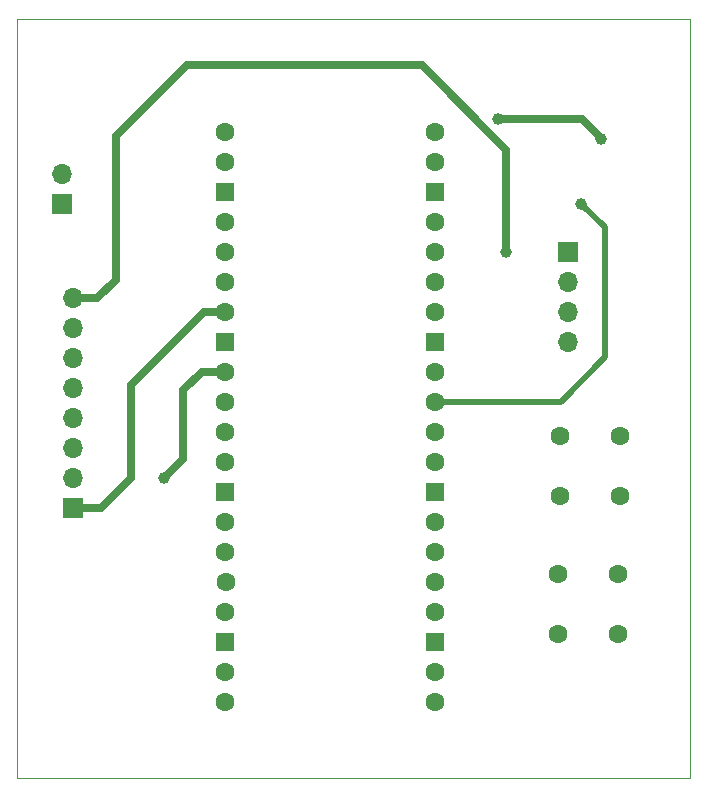
<source format=gbr>
%TF.GenerationSoftware,KiCad,Pcbnew,7.0.10*%
%TF.CreationDate,2024-03-20T10:30:33+05:30*%
%TF.ProjectId,TopSide_PCB,546f7053-6964-4655-9f50-43422e6b6963,rev?*%
%TF.SameCoordinates,Original*%
%TF.FileFunction,Copper,L2,Bot*%
%TF.FilePolarity,Positive*%
%FSLAX46Y46*%
G04 Gerber Fmt 4.6, Leading zero omitted, Abs format (unit mm)*
G04 Created by KiCad (PCBNEW 7.0.10) date 2024-03-20 10:30:33*
%MOMM*%
%LPD*%
G01*
G04 APERTURE LIST*
G04 Aperture macros list*
%AMRoundRect*
0 Rectangle with rounded corners*
0 $1 Rounding radius*
0 $2 $3 $4 $5 $6 $7 $8 $9 X,Y pos of 4 corners*
0 Add a 4 corners polygon primitive as box body*
4,1,4,$2,$3,$4,$5,$6,$7,$8,$9,$2,$3,0*
0 Add four circle primitives for the rounded corners*
1,1,$1+$1,$2,$3*
1,1,$1+$1,$4,$5*
1,1,$1+$1,$6,$7*
1,1,$1+$1,$8,$9*
0 Add four rect primitives between the rounded corners*
20,1,$1+$1,$2,$3,$4,$5,0*
20,1,$1+$1,$4,$5,$6,$7,0*
20,1,$1+$1,$6,$7,$8,$9,0*
20,1,$1+$1,$8,$9,$2,$3,0*%
G04 Aperture macros list end*
%TA.AperFunction,ComponentPad*%
%ADD10C,1.600000*%
%TD*%
%TA.AperFunction,ComponentPad*%
%ADD11RoundRect,0.200000X-0.600000X-0.600000X0.600000X-0.600000X0.600000X0.600000X-0.600000X0.600000X0*%
%TD*%
%TA.AperFunction,ComponentPad*%
%ADD12R,1.700000X1.700000*%
%TD*%
%TA.AperFunction,ComponentPad*%
%ADD13O,1.700000X1.700000*%
%TD*%
%TA.AperFunction,ViaPad*%
%ADD14C,1.000000*%
%TD*%
%TA.AperFunction,Conductor*%
%ADD15C,0.700000*%
%TD*%
%TA.AperFunction,Conductor*%
%ADD16C,0.500000*%
%TD*%
%TA.AperFunction,Profile*%
%ADD17C,0.100000*%
%TD*%
G04 APERTURE END LIST*
D10*
%TO.P,U1,1,GP0*%
%TO.N,unconnected-(U1-GP0-Pad1)*%
X119837200Y-30886400D03*
%TO.P,U1,2,GP1*%
%TO.N,unconnected-(U1-GP1-Pad2)*%
X119837200Y-33426400D03*
D11*
%TO.P,U1,3,GND*%
%TO.N,/GND*%
X119837200Y-35966400D03*
D10*
%TO.P,U1,4,GP2*%
%TO.N,/RST*%
X119837200Y-38506400D03*
%TO.P,U1,5,GP3*%
%TO.N,unconnected-(U1-GP3-Pad5)*%
X119837200Y-41046400D03*
%TO.P,U1,6,GP4*%
%TO.N,/MISO*%
X119837200Y-43586400D03*
%TO.P,U1,7,GP5*%
%TO.N,/SDA*%
X119837200Y-46126400D03*
D11*
%TO.P,U1,8,GND*%
%TO.N,unconnected-(U1-GND-Pad8)*%
X119837200Y-48666400D03*
D10*
%TO.P,U1,9,GP6*%
%TO.N,/SCK*%
X119837200Y-51206400D03*
%TO.P,U1,10,GP7*%
%TO.N,/MOSI*%
X119837200Y-53746400D03*
%TO.P,U1,11,GP8*%
%TO.N,unconnected-(U1-GP8-Pad11)*%
X119837200Y-56286400D03*
%TO.P,U1,12,GP9*%
%TO.N,unconnected-(U1-GP9-Pad12)*%
X119837200Y-58826400D03*
D11*
%TO.P,U1,13,GND*%
%TO.N,unconnected-(U1-GND-Pad13)*%
X119837200Y-61366400D03*
D10*
%TO.P,U1,14,GP10*%
%TO.N,unconnected-(U1-GP10-Pad14)*%
X119837200Y-63906400D03*
%TO.P,U1,15,GP11*%
%TO.N,unconnected-(U1-GP11-Pad15)*%
X119837200Y-66446400D03*
%TO.P,U1,16,GP12*%
%TO.N,unconnected-(U1-GP12-Pad16)*%
X119879081Y-68986400D03*
%TO.P,U1,17,GP13*%
%TO.N,unconnected-(U1-GP13-Pad17)*%
X119837200Y-71526400D03*
D11*
%TO.P,U1,18,GND*%
%TO.N,unconnected-(U1-GND-Pad18)*%
X119837200Y-74066400D03*
D10*
%TO.P,U1,19,GP14*%
%TO.N,unconnected-(U1-GP14-Pad19)*%
X119837200Y-76606400D03*
%TO.P,U1,20,GP15*%
%TO.N,unconnected-(U1-GP15-Pad20)*%
X119837200Y-79146400D03*
%TO.P,U1,21,GP16*%
%TO.N,Net-(U1-GP16)*%
X137617200Y-79146400D03*
%TO.P,U1,22,GP17*%
%TO.N,unconnected-(U1-GP17-Pad22)*%
X137617200Y-76606400D03*
D11*
%TO.P,U1,23,GND*%
%TO.N,unconnected-(U1-GND-Pad23)*%
X137617200Y-74066400D03*
D10*
%TO.P,U1,24,GP18*%
%TO.N,Net-(U1-GP18)*%
X137617200Y-71526400D03*
%TO.P,U1,25,GP19*%
%TO.N,unconnected-(U1-GP19-Pad25)*%
X137617200Y-68986400D03*
%TO.P,U1,26,GP20*%
%TO.N,Net-(U1-GP20)*%
X137617200Y-66446400D03*
%TO.P,U1,27,GP21*%
%TO.N,Net-(U1-GP21)*%
X137617200Y-63906400D03*
D11*
%TO.P,U1,28,GND*%
%TO.N,unconnected-(U1-GND-Pad28)*%
X137617200Y-61366400D03*
D10*
%TO.P,U1,29,GP22*%
%TO.N,unconnected-(U1-GP22-Pad29)*%
X137617200Y-58826400D03*
%TO.P,U1,30,RUN*%
%TO.N,unconnected-(U1-RUN-Pad30)*%
X137617200Y-56286400D03*
%TO.P,U1,31,GP26*%
%TO.N,Net-(U1-GP26)*%
X137617200Y-53746400D03*
%TO.P,U1,32,GP27*%
%TO.N,unconnected-(U1-GP27-Pad32)*%
X137617200Y-51206400D03*
D11*
%TO.P,U1,33,GND*%
%TO.N,Net-(U2-GND)*%
X137617200Y-48666400D03*
D10*
%TO.P,U1,34,GP28*%
%TO.N,unconnected-(U1-GP28-Pad34)*%
X137617200Y-46126400D03*
%TO.P,U1,35,___adc-vref*%
%TO.N,unconnected-(U1-___adc-vref-Pad35)*%
X137617200Y-43586400D03*
%TO.P,U1,36,3V3(OUT)*%
%TO.N,/3V3*%
X137617200Y-41046400D03*
%TO.P,U1,37,3V3_EN*%
%TO.N,unconnected-(U1-3V3_EN-Pad37)*%
X137617200Y-38506400D03*
D11*
%TO.P,U1,38,GND*%
%TO.N,Net-(J2-Pin_2)*%
X137617200Y-35966400D03*
D10*
%TO.P,U1,39,VSYS*%
%TO.N,Net-(J2-Pin_1)*%
X137617200Y-33426400D03*
%TO.P,U1,40,VBUS*%
%TO.N,unconnected-(U1-VBUS-Pad40)*%
X137617200Y-30886400D03*
%TD*%
D12*
%TO.P,U2,1,VCC*%
%TO.N,/3V3*%
X148857600Y-41054000D03*
D13*
%TO.P,U2,2,GND*%
%TO.N,Net-(U2-GND)*%
X148857600Y-43594000D03*
%TO.P,U2,3,SCL*%
%TO.N,Net-(U1-GP21)*%
X148857600Y-46134000D03*
%TO.P,U2,4,SDA*%
%TO.N,Net-(U1-GP20)*%
X148857600Y-48674000D03*
%TD*%
D10*
%TO.P,B2,1,ON*%
%TO.N,unconnected-(B2-ON-Pad1)*%
X148011310Y-68302873D03*
%TO.P,B2,2,OFF*%
%TO.N,Net-(U1-GP16)*%
X148011310Y-73382873D03*
%TO.P,B2,3,OFF*%
%TO.N,unconnected-(B2-OFF-Pad3)*%
X153091310Y-73382873D03*
%TO.P,B2,4,ON*%
%TO.N,/3V3*%
X153091310Y-68302873D03*
%TD*%
D12*
%TO.P,J2,1,Pin_1*%
%TO.N,Net-(J2-Pin_1)*%
X106033200Y-36980000D03*
D13*
%TO.P,J2,2,Pin_2*%
%TO.N,Net-(J2-Pin_2)*%
X106033200Y-34440000D03*
%TD*%
D12*
%TO.P,J1,1,Pin_1*%
%TO.N,/SDA*%
X107000000Y-62780000D03*
D13*
%TO.P,J1,2,Pin_2*%
%TO.N,/SCK*%
X107000000Y-60240000D03*
%TO.P,J1,3,Pin_3*%
%TO.N,/MOSI*%
X107000000Y-57700000D03*
%TO.P,J1,4,Pin_4*%
%TO.N,/MISO*%
X107000000Y-55160000D03*
%TO.P,J1,5,Pin_5*%
%TO.N,/IRQ*%
X107000000Y-52620000D03*
%TO.P,J1,6,Pin_6*%
%TO.N,/RST*%
X107000000Y-50080000D03*
%TO.P,J1,7,Pin_7*%
%TO.N,/GND*%
X107000000Y-47540000D03*
%TO.P,J1,8,Pin_8*%
%TO.N,/3V3*%
X107000000Y-45000000D03*
%TD*%
D10*
%TO.P,B1,1,ON*%
%TO.N,/3V3*%
X148214510Y-56618873D03*
%TO.P,B1,2,OFF*%
%TO.N,Net-(U1-GP18)*%
X148214510Y-61698873D03*
%TO.P,B1,3,OFF*%
%TO.N,unconnected-(B1-OFF-Pad3)*%
X153294510Y-61698873D03*
%TO.P,B1,4,ON*%
%TO.N,unconnected-(B1-ON-Pad4)*%
X153294510Y-56618873D03*
%TD*%
D14*
%TO.N,/3V3*%
X143625200Y-41094800D03*
%TO.N,/SCK*%
X114660000Y-60240000D03*
%TO.N,Net-(J2-Pin_1)*%
X142951205Y-29844086D03*
X151631278Y-31474887D03*
%TO.N,Net-(U1-GP26)*%
X150000000Y-37000000D03*
%TD*%
D15*
%TO.N,/3V3*%
X116586000Y-25273000D02*
X110566200Y-31292800D01*
X143625200Y-41094800D02*
X143625200Y-32427270D01*
X136470930Y-25273000D02*
X116586000Y-25273000D01*
X109000000Y-45000000D02*
X107000000Y-45000000D01*
X143625200Y-32427270D02*
X136470930Y-25273000D01*
X110566200Y-43433800D02*
X109000000Y-45000000D01*
X110566200Y-31292800D02*
X110566200Y-43433800D01*
%TO.N,/SDA*%
X118073600Y-46126400D02*
X119837200Y-46126400D01*
X111900000Y-60200000D02*
X111900000Y-52300000D01*
X111900000Y-52300000D02*
X118073600Y-46126400D01*
X109320000Y-62780000D02*
X111900000Y-60200000D01*
X107000000Y-62780000D02*
X109320000Y-62780000D01*
%TO.N,/SCK*%
X114660000Y-60240000D02*
X116300000Y-58600000D01*
X116300000Y-52800000D02*
X117893600Y-51206400D01*
X116300000Y-58600000D02*
X116300000Y-52800000D01*
X117893600Y-51206400D02*
X119837200Y-51206400D01*
%TO.N,Net-(J2-Pin_1)*%
X150053083Y-29844086D02*
X151631278Y-31422281D01*
X142951205Y-29844086D02*
X150053083Y-29844086D01*
X151631278Y-31474887D02*
X151683884Y-31474887D01*
X151683884Y-31474887D02*
X151631278Y-31422281D01*
X151631278Y-31422281D02*
X151631278Y-31474887D01*
D16*
%TO.N,Net-(U1-GP26)*%
X148253600Y-53746400D02*
X152000000Y-50000000D01*
X152000000Y-50000000D02*
X152000000Y-39000000D01*
X152000000Y-39000000D02*
X150000000Y-37000000D01*
X137617200Y-53746400D02*
X148253600Y-53746400D01*
%TD*%
D17*
X102260400Y-21386800D02*
X159207200Y-21386800D01*
X159207200Y-85648800D01*
X102260400Y-85648800D01*
X102260400Y-21386800D01*
M02*

</source>
